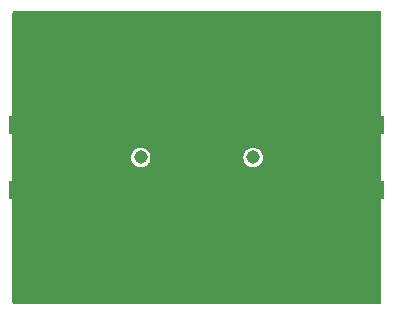
<source format=gbr>
%TF.GenerationSoftware,KiCad,Pcbnew,6.0.3-a3aad9c10e~116~ubuntu20.04.1*%
%TF.CreationDate,2022-03-21T01:27:17-04:00*%
%TF.ProjectId,pcf_0.5in,7063665f-302e-4356-996e-2e6b69636164,-*%
%TF.SameCoordinates,Original*%
%TF.FileFunction,Copper,L2,Bot*%
%TF.FilePolarity,Positive*%
%FSLAX46Y46*%
G04 Gerber Fmt 4.6, Leading zero omitted, Abs format (unit mm)*
G04 Created by KiCad (PCBNEW 6.0.3-a3aad9c10e~116~ubuntu20.04.1) date 2022-03-21 01:27:17*
%MOMM*%
%LPD*%
G01*
G04 APERTURE LIST*
%TA.AperFunction,ComponentPad*%
%ADD10C,5.700000*%
%TD*%
%TA.AperFunction,ComponentPad*%
%ADD11C,5.600000*%
%TD*%
%TA.AperFunction,ComponentPad*%
%ADD12C,1.016000*%
%TD*%
%TA.AperFunction,ComponentPad*%
%ADD13C,1.143000*%
%TD*%
%TA.AperFunction,SMDPad,CuDef*%
%ADD14R,4.560000X1.500000*%
%TD*%
%TA.AperFunction,ViaPad*%
%ADD15C,0.508000*%
%TD*%
G04 APERTURE END LIST*
D10*
%TO.P,H4,1,1*%
%TO.N,GND*%
X155575000Y-98425000D03*
%TD*%
D11*
%TO.P,H1,1,1*%
%TO.N,GND*%
X130175000Y-98425000D03*
%TD*%
%TO.P,H3,1,1*%
%TO.N,GND*%
X130175000Y-79375000D03*
%TD*%
D12*
%TO.P,F1,3,gnd*%
%TO.N,GND*%
X142875000Y-88900000D03*
D13*
%TO.P,F1,2,OUT*%
%TO.N,/out*%
X147637500Y-88900000D03*
%TO.P,F1,1,IN*%
%TO.N,/in*%
X138112500Y-88900000D03*
%TD*%
D14*
%TO.P,J2,2,Ext*%
%TO.N,GND*%
X156470000Y-86130000D03*
X156470000Y-91670000D03*
%TD*%
D11*
%TO.P,H2,1,1*%
%TO.N,GND*%
X155575000Y-79375000D03*
%TD*%
D14*
%TO.P,J1,2,Ext*%
%TO.N,GND*%
X129280000Y-91670000D03*
X129280000Y-86130000D03*
%TD*%
D15*
%TO.N,GND*%
X158115000Y-86360000D03*
X156845000Y-91440000D03*
X154940000Y-85725000D03*
X128905000Y-91440000D03*
X158115000Y-91440000D03*
X127635000Y-86360000D03*
X127635000Y-91440000D03*
X129540000Y-85725000D03*
X155575000Y-91440000D03*
X130810000Y-92075000D03*
X156210000Y-92075000D03*
X130810000Y-85725000D03*
X155575000Y-86360000D03*
X157480000Y-92075000D03*
X130175000Y-91440000D03*
X156845000Y-86360000D03*
X128905000Y-86360000D03*
X130175000Y-86360000D03*
X154940000Y-92075000D03*
X128270000Y-85725000D03*
X157480000Y-85725000D03*
X156210000Y-85725000D03*
X128270000Y-92075000D03*
X129540000Y-92075000D03*
%TD*%
%TA.AperFunction,Conductor*%
%TO.N,GND*%
G36*
X158339319Y-76473758D02*
G01*
X158421398Y-76528602D01*
X158476242Y-76610681D01*
X158495500Y-76707500D01*
X158495500Y-101092500D01*
X158476242Y-101189319D01*
X158421398Y-101271398D01*
X158339319Y-101326242D01*
X158242500Y-101345500D01*
X127507500Y-101345500D01*
X127410681Y-101326242D01*
X127328602Y-101271398D01*
X127273758Y-101189319D01*
X127254500Y-101092500D01*
X127254500Y-88900000D01*
X137281950Y-88900000D01*
X137300100Y-89072681D01*
X137353755Y-89237815D01*
X137360381Y-89249292D01*
X137360383Y-89249296D01*
X137433943Y-89376705D01*
X137440571Y-89388185D01*
X137449442Y-89398037D01*
X137449444Y-89398040D01*
X137510841Y-89466227D01*
X137556754Y-89517219D01*
X137567478Y-89525011D01*
X137567482Y-89525014D01*
X137686500Y-89611485D01*
X137697225Y-89619277D01*
X137776535Y-89654588D01*
X137843737Y-89684509D01*
X137843740Y-89684510D01*
X137855846Y-89689900D01*
X137868812Y-89692656D01*
X137868815Y-89692657D01*
X137947476Y-89709376D01*
X138025684Y-89726000D01*
X138199316Y-89726000D01*
X138277524Y-89709376D01*
X138356185Y-89692657D01*
X138356188Y-89692656D01*
X138369154Y-89689900D01*
X138381260Y-89684510D01*
X138381263Y-89684509D01*
X138448465Y-89654588D01*
X138527775Y-89619277D01*
X138538500Y-89611485D01*
X138657518Y-89525014D01*
X138657522Y-89525011D01*
X138668246Y-89517219D01*
X138714159Y-89466227D01*
X138775556Y-89398040D01*
X138775558Y-89398037D01*
X138784429Y-89388185D01*
X138791057Y-89376705D01*
X138864617Y-89249296D01*
X138864619Y-89249292D01*
X138871245Y-89237815D01*
X138924900Y-89072681D01*
X138943050Y-88900000D01*
X146806950Y-88900000D01*
X146825100Y-89072681D01*
X146878755Y-89237815D01*
X146885381Y-89249292D01*
X146885383Y-89249296D01*
X146958943Y-89376705D01*
X146965571Y-89388185D01*
X146974442Y-89398037D01*
X146974444Y-89398040D01*
X147035841Y-89466227D01*
X147081754Y-89517219D01*
X147092478Y-89525011D01*
X147092482Y-89525014D01*
X147211500Y-89611485D01*
X147222225Y-89619277D01*
X147301535Y-89654588D01*
X147368737Y-89684509D01*
X147368740Y-89684510D01*
X147380846Y-89689900D01*
X147393812Y-89692656D01*
X147393815Y-89692657D01*
X147472476Y-89709376D01*
X147550684Y-89726000D01*
X147724316Y-89726000D01*
X147802524Y-89709376D01*
X147881185Y-89692657D01*
X147881188Y-89692656D01*
X147894154Y-89689900D01*
X147906260Y-89684510D01*
X147906263Y-89684509D01*
X147973465Y-89654588D01*
X148052775Y-89619277D01*
X148063500Y-89611485D01*
X148182518Y-89525014D01*
X148182522Y-89525011D01*
X148193246Y-89517219D01*
X148239159Y-89466227D01*
X148300556Y-89398040D01*
X148300558Y-89398037D01*
X148309429Y-89388185D01*
X148316057Y-89376705D01*
X148389617Y-89249296D01*
X148389619Y-89249292D01*
X148396245Y-89237815D01*
X148449900Y-89072681D01*
X148468050Y-88900000D01*
X148449900Y-88727319D01*
X148396245Y-88562185D01*
X148389619Y-88550708D01*
X148389617Y-88550704D01*
X148316057Y-88423295D01*
X148309429Y-88411815D01*
X148300558Y-88401963D01*
X148300556Y-88401960D01*
X148202121Y-88292638D01*
X148193246Y-88282781D01*
X148182522Y-88274989D01*
X148182518Y-88274986D01*
X148063500Y-88188515D01*
X148063499Y-88188514D01*
X148052775Y-88180723D01*
X147973464Y-88145411D01*
X147906263Y-88115491D01*
X147906260Y-88115490D01*
X147894154Y-88110100D01*
X147881188Y-88107344D01*
X147881185Y-88107343D01*
X147802524Y-88090624D01*
X147724316Y-88074000D01*
X147550684Y-88074000D01*
X147472476Y-88090624D01*
X147393815Y-88107343D01*
X147393812Y-88107344D01*
X147380846Y-88110100D01*
X147368740Y-88115490D01*
X147368737Y-88115491D01*
X147301535Y-88145412D01*
X147222225Y-88180723D01*
X147211501Y-88188514D01*
X147211500Y-88188515D01*
X147092482Y-88274986D01*
X147092478Y-88274989D01*
X147081754Y-88282781D01*
X147072879Y-88292638D01*
X146974444Y-88401960D01*
X146974442Y-88401963D01*
X146965571Y-88411815D01*
X146958943Y-88423295D01*
X146885383Y-88550704D01*
X146885381Y-88550708D01*
X146878755Y-88562185D01*
X146825100Y-88727319D01*
X146806950Y-88900000D01*
X138943050Y-88900000D01*
X138924900Y-88727319D01*
X138871245Y-88562185D01*
X138864619Y-88550708D01*
X138864617Y-88550704D01*
X138791057Y-88423295D01*
X138784429Y-88411815D01*
X138775558Y-88401963D01*
X138775556Y-88401960D01*
X138677121Y-88292638D01*
X138668246Y-88282781D01*
X138657522Y-88274989D01*
X138657518Y-88274986D01*
X138538500Y-88188515D01*
X138538499Y-88188514D01*
X138527775Y-88180723D01*
X138448464Y-88145411D01*
X138381263Y-88115491D01*
X138381260Y-88115490D01*
X138369154Y-88110100D01*
X138356188Y-88107344D01*
X138356185Y-88107343D01*
X138277524Y-88090624D01*
X138199316Y-88074000D01*
X138025684Y-88074000D01*
X137947476Y-88090624D01*
X137868815Y-88107343D01*
X137868812Y-88107344D01*
X137855846Y-88110100D01*
X137843740Y-88115490D01*
X137843737Y-88115491D01*
X137776535Y-88145412D01*
X137697225Y-88180723D01*
X137686501Y-88188514D01*
X137686500Y-88188515D01*
X137567482Y-88274986D01*
X137567478Y-88274989D01*
X137556754Y-88282781D01*
X137547879Y-88292638D01*
X137449444Y-88401960D01*
X137449442Y-88401963D01*
X137440571Y-88411815D01*
X137433943Y-88423295D01*
X137360383Y-88550704D01*
X137360381Y-88550708D01*
X137353755Y-88562185D01*
X137300100Y-88727319D01*
X137281950Y-88900000D01*
X127254500Y-88900000D01*
X127254500Y-76707500D01*
X127273758Y-76610681D01*
X127328602Y-76528602D01*
X127410681Y-76473758D01*
X127507500Y-76454500D01*
X158242500Y-76454500D01*
X158339319Y-76473758D01*
G37*
%TD.AperFunction*%
%TD*%
M02*

</source>
